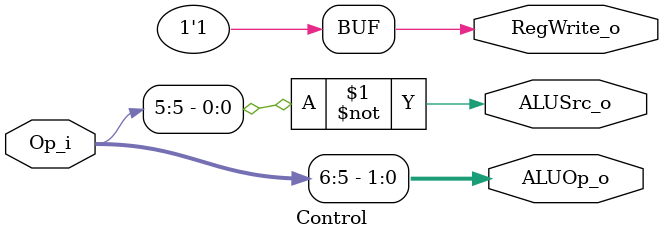
<source format=v>
module Control(
    Op_i,
    ALUOp_o,
    ALUSrc_o,
    RegWrite_o
);

// Ports
input   [6:0]       Op_i;
output  [1:0]       ALUOp_o;
output              ALUSrc_o;
output              RegWrite_o;

assign RegWrite_o = 1'b1;
assign ALUSrc_o = ~ Op_i[5];
assign ALUOp_o = Op_i[6:5];

endmodule

</source>
